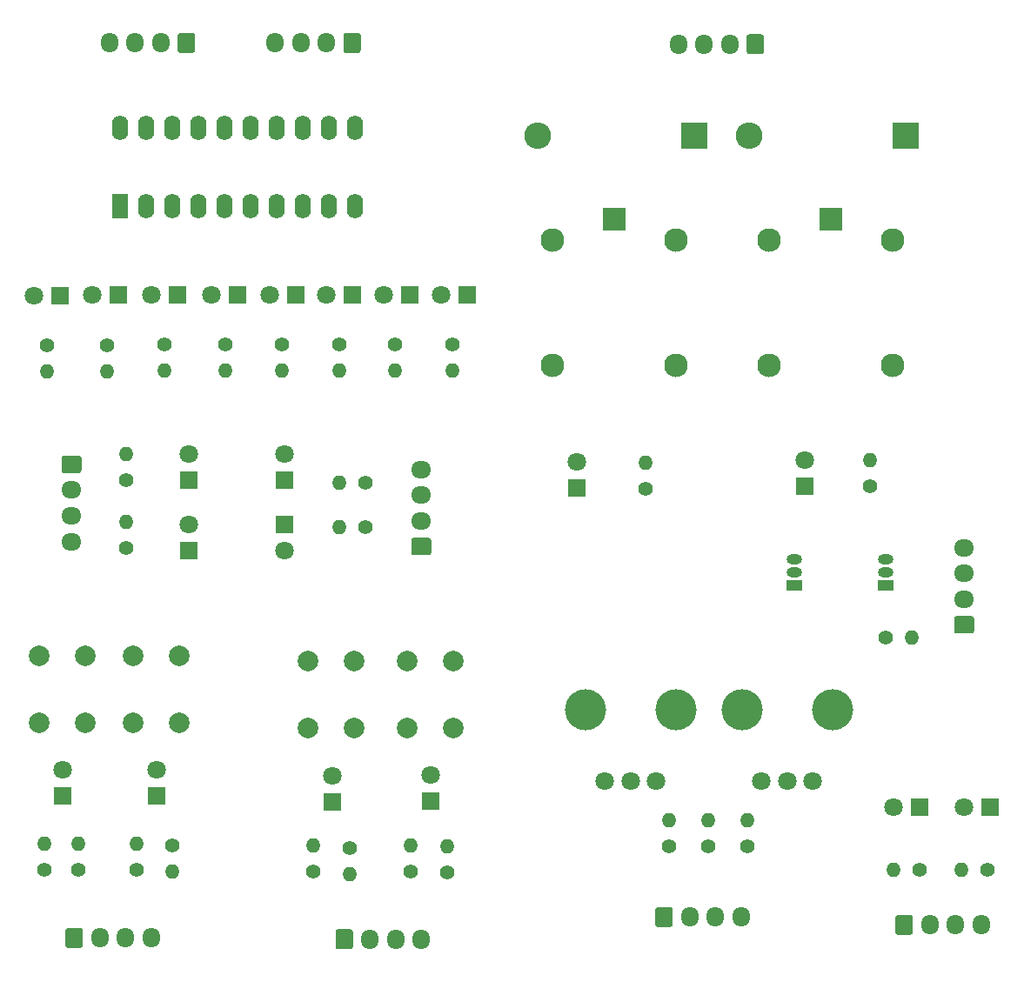
<source format=gbr>
%TF.GenerationSoftware,KiCad,Pcbnew,(5.1.10)-1*%
%TF.CreationDate,2022-03-14T15:34:21+00:00*%
%TF.ProjectId,testing_board,74657374-696e-4675-9f62-6f6172642e6b,rev?*%
%TF.SameCoordinates,Original*%
%TF.FileFunction,Soldermask,Top*%
%TF.FilePolarity,Negative*%
%FSLAX46Y46*%
G04 Gerber Fmt 4.6, Leading zero omitted, Abs format (unit mm)*
G04 Created by KiCad (PCBNEW (5.1.10)-1) date 2022-03-14 15:34:21*
%MOMM*%
%LPD*%
G01*
G04 APERTURE LIST*
%ADD10O,1.700000X1.950000*%
%ADD11C,1.800000*%
%ADD12R,1.800000X1.800000*%
%ADD13O,1.950000X1.700000*%
%ADD14C,1.400000*%
%ADD15O,1.400000X1.400000*%
%ADD16C,4.000000*%
%ADD17C,2.000000*%
%ADD18O,1.500000X1.000000*%
%ADD19R,1.500000X1.000000*%
%ADD20R,2.300000X2.300000*%
%ADD21C,2.300000*%
%ADD22R,1.600000X2.400000*%
%ADD23O,1.600000X2.400000*%
%ADD24O,2.600000X2.600000*%
%ADD25R,2.600000X2.600000*%
G04 APERTURE END LIST*
D10*
%TO.C,J8*%
X43046000Y-88773000D03*
X45546000Y-88773000D03*
X48046000Y-88773000D03*
G36*
G01*
X51396000Y-88048000D02*
X51396000Y-89498000D01*
G75*
G02*
X51146000Y-89748000I-250000J0D01*
G01*
X49946000Y-89748000D01*
G75*
G02*
X49696000Y-89498000I0J250000D01*
G01*
X49696000Y-88048000D01*
G75*
G02*
X49946000Y-87798000I250000J0D01*
G01*
X51146000Y-87798000D01*
G75*
G02*
X51396000Y-88048000I0J-250000D01*
G01*
G37*
%TD*%
D11*
%TO.C,D1*%
X58166000Y-160020000D03*
D12*
X58166000Y-162560000D03*
%TD*%
%TO.C,D2*%
X48641000Y-162687000D03*
D11*
X48641000Y-160147000D03*
%TD*%
D12*
%TO.C,D3*%
X31496000Y-162052000D03*
D11*
X31496000Y-159512000D03*
%TD*%
D12*
%TO.C,D4*%
X105791000Y-163195000D03*
D11*
X103251000Y-163195000D03*
%TD*%
%TO.C,D5*%
X110109000Y-163195000D03*
D12*
X112649000Y-163195000D03*
%TD*%
D11*
%TO.C,D6*%
X34671000Y-128778000D03*
D12*
X34671000Y-131318000D03*
%TD*%
%TO.C,D7*%
X34671000Y-138176000D03*
D11*
X34671000Y-135636000D03*
%TD*%
D12*
%TO.C,D8*%
X22352000Y-162052000D03*
D11*
X22352000Y-159512000D03*
%TD*%
%TO.C,D9*%
X36830000Y-113284000D03*
D12*
X39370000Y-113284000D03*
%TD*%
D11*
%TO.C,D10*%
X30988000Y-113284000D03*
D12*
X33528000Y-113284000D03*
%TD*%
D11*
%TO.C,D11*%
X25273000Y-113284000D03*
D12*
X27813000Y-113284000D03*
%TD*%
%TO.C,D12*%
X22098000Y-113411000D03*
D11*
X19558000Y-113411000D03*
%TD*%
%TO.C,D13*%
X43942000Y-138176000D03*
D12*
X43942000Y-135636000D03*
%TD*%
%TO.C,D14*%
X43942000Y-131318000D03*
D11*
X43942000Y-128778000D03*
%TD*%
%TO.C,D15*%
X59182000Y-113284000D03*
D12*
X61722000Y-113284000D03*
%TD*%
%TO.C,D16*%
X56134000Y-113284000D03*
D11*
X53594000Y-113284000D03*
%TD*%
%TO.C,D17*%
X48006000Y-113284000D03*
D12*
X50546000Y-113284000D03*
%TD*%
%TO.C,D18*%
X45085000Y-113284000D03*
D11*
X42545000Y-113284000D03*
%TD*%
%TO.C,J1*%
G36*
G01*
X48934000Y-176747000D02*
X48934000Y-175297000D01*
G75*
G02*
X49184000Y-175047000I250000J0D01*
G01*
X50384000Y-175047000D01*
G75*
G02*
X50634000Y-175297000I0J-250000D01*
G01*
X50634000Y-176747000D01*
G75*
G02*
X50384000Y-176997000I-250000J0D01*
G01*
X49184000Y-176997000D01*
G75*
G02*
X48934000Y-176747000I0J250000D01*
G01*
G37*
D10*
X52284000Y-176022000D03*
X54784000Y-176022000D03*
X57284000Y-176022000D03*
%TD*%
%TO.C,J2*%
X30995000Y-175895000D03*
X28495000Y-175895000D03*
X25995000Y-175895000D03*
G36*
G01*
X22645000Y-176620000D02*
X22645000Y-175170000D01*
G75*
G02*
X22895000Y-174920000I250000J0D01*
G01*
X24095000Y-174920000D01*
G75*
G02*
X24345000Y-175170000I0J-250000D01*
G01*
X24345000Y-176620000D01*
G75*
G02*
X24095000Y-176870000I-250000J0D01*
G01*
X22895000Y-176870000D01*
G75*
G02*
X22645000Y-176620000I0J250000D01*
G01*
G37*
%TD*%
%TO.C,J3*%
X111767000Y-174625000D03*
X109267000Y-174625000D03*
X106767000Y-174625000D03*
G36*
G01*
X103417000Y-175350000D02*
X103417000Y-173900000D01*
G75*
G02*
X103667000Y-173650000I250000J0D01*
G01*
X104867000Y-173650000D01*
G75*
G02*
X105117000Y-173900000I0J-250000D01*
G01*
X105117000Y-175350000D01*
G75*
G02*
X104867000Y-175600000I-250000J0D01*
G01*
X103667000Y-175600000D01*
G75*
G02*
X103417000Y-175350000I0J250000D01*
G01*
G37*
%TD*%
%TO.C,J4*%
G36*
G01*
X22516000Y-128944000D02*
X23966000Y-128944000D01*
G75*
G02*
X24216000Y-129194000I0J-250000D01*
G01*
X24216000Y-130394000D01*
G75*
G02*
X23966000Y-130644000I-250000J0D01*
G01*
X22516000Y-130644000D01*
G75*
G02*
X22266000Y-130394000I0J250000D01*
G01*
X22266000Y-129194000D01*
G75*
G02*
X22516000Y-128944000I250000J0D01*
G01*
G37*
D13*
X23241000Y-132294000D03*
X23241000Y-134794000D03*
X23241000Y-137294000D03*
%TD*%
%TO.C,J5*%
G36*
G01*
X80049000Y-174588000D02*
X80049000Y-173138000D01*
G75*
G02*
X80299000Y-172888000I250000J0D01*
G01*
X81499000Y-172888000D01*
G75*
G02*
X81749000Y-173138000I0J-250000D01*
G01*
X81749000Y-174588000D01*
G75*
G02*
X81499000Y-174838000I-250000J0D01*
G01*
X80299000Y-174838000D01*
G75*
G02*
X80049000Y-174588000I0J250000D01*
G01*
G37*
D10*
X83399000Y-173863000D03*
X85899000Y-173863000D03*
X88399000Y-173863000D03*
%TD*%
D14*
%TO.C,R1*%
X59817000Y-169545000D03*
D15*
X59817000Y-167005000D03*
%TD*%
D14*
%TO.C,R2*%
X50292000Y-167132000D03*
D15*
X50292000Y-169672000D03*
%TD*%
%TO.C,R3*%
X33020000Y-169418000D03*
D14*
X33020000Y-166878000D03*
%TD*%
%TO.C,R4*%
X105791000Y-169291000D03*
D15*
X103251000Y-169291000D03*
%TD*%
%TO.C,R5*%
X109855000Y-169291000D03*
D14*
X112395000Y-169291000D03*
%TD*%
%TO.C,R6*%
X28575000Y-131318000D03*
D15*
X28575000Y-128778000D03*
%TD*%
D14*
%TO.C,R7*%
X28575000Y-137922000D03*
D15*
X28575000Y-135382000D03*
%TD*%
%TO.C,R8*%
X56261000Y-166878000D03*
D14*
X56261000Y-169418000D03*
%TD*%
%TO.C,R9*%
X29591000Y-169291000D03*
D15*
X29591000Y-166751000D03*
%TD*%
%TO.C,R10*%
X20574000Y-166751000D03*
D14*
X20574000Y-169291000D03*
%TD*%
D15*
%TO.C,R11*%
X23876000Y-166751000D03*
D14*
X23876000Y-169291000D03*
%TD*%
D15*
%TO.C,R12*%
X46736000Y-166878000D03*
D14*
X46736000Y-169418000D03*
%TD*%
%TO.C,R13*%
X38227000Y-118110000D03*
D15*
X38227000Y-120650000D03*
%TD*%
%TO.C,R14*%
X32258000Y-120650000D03*
D14*
X32258000Y-118110000D03*
%TD*%
%TO.C,R15*%
X26670000Y-118237000D03*
D15*
X26670000Y-120777000D03*
%TD*%
%TO.C,R16*%
X20828000Y-120777000D03*
D14*
X20828000Y-118237000D03*
%TD*%
%TO.C,R17*%
X85217000Y-167005000D03*
D15*
X85217000Y-164465000D03*
%TD*%
D14*
%TO.C,R18*%
X102489000Y-146685000D03*
D15*
X105029000Y-146685000D03*
%TD*%
%TO.C,R19*%
X81407000Y-164465000D03*
D14*
X81407000Y-167005000D03*
%TD*%
%TO.C,R20*%
X79121000Y-132207000D03*
D15*
X79121000Y-129667000D03*
%TD*%
%TO.C,R21*%
X49276000Y-131572000D03*
D14*
X51816000Y-131572000D03*
%TD*%
D15*
%TO.C,R22*%
X60325000Y-120650000D03*
D14*
X60325000Y-118110000D03*
%TD*%
%TO.C,R23*%
X54737000Y-118110000D03*
D15*
X54737000Y-120650000D03*
%TD*%
%TO.C,R24*%
X49276000Y-120650000D03*
D14*
X49276000Y-118110000D03*
%TD*%
%TO.C,R25*%
X43688000Y-118110000D03*
D15*
X43688000Y-120650000D03*
%TD*%
D16*
%TO.C,RV1*%
X97277000Y-153655000D03*
X88477000Y-153655000D03*
D11*
X95377000Y-160655000D03*
X92877000Y-160655000D03*
X90377000Y-160655000D03*
%TD*%
%TO.C,RV2*%
X75137000Y-160655000D03*
X77637000Y-160655000D03*
X80137000Y-160655000D03*
D16*
X73237000Y-153655000D03*
X82037000Y-153655000D03*
%TD*%
D17*
%TO.C,SW1*%
X55880000Y-148948000D03*
X60380000Y-148948000D03*
X55880000Y-155448000D03*
X60380000Y-155448000D03*
%TD*%
%TO.C,SW2*%
X50728000Y-155448000D03*
X46228000Y-155448000D03*
X50728000Y-148948000D03*
X46228000Y-148948000D03*
%TD*%
%TO.C,SW3*%
X33710000Y-154940000D03*
X29210000Y-154940000D03*
X33710000Y-148440000D03*
X29210000Y-148440000D03*
%TD*%
%TO.C,SW4*%
X20066000Y-148440000D03*
X24566000Y-148440000D03*
X20066000Y-154940000D03*
X24566000Y-154940000D03*
%TD*%
D18*
%TO.C,U1*%
X102489000Y-140335000D03*
X102489000Y-139065000D03*
D19*
X102489000Y-141605000D03*
%TD*%
%TO.C,U2*%
X93599000Y-141605000D03*
D18*
X93599000Y-139065000D03*
X93599000Y-140335000D03*
%TD*%
%TO.C,J16*%
G36*
G01*
X110834000Y-146265000D02*
X109384000Y-146265000D01*
G75*
G02*
X109134000Y-146015000I0J250000D01*
G01*
X109134000Y-144815000D01*
G75*
G02*
X109384000Y-144565000I250000J0D01*
G01*
X110834000Y-144565000D01*
G75*
G02*
X111084000Y-144815000I0J-250000D01*
G01*
X111084000Y-146015000D01*
G75*
G02*
X110834000Y-146265000I-250000J0D01*
G01*
G37*
D13*
X110109000Y-142915000D03*
X110109000Y-140415000D03*
X110109000Y-137915000D03*
%TD*%
D14*
%TO.C,R26*%
X89027000Y-167005000D03*
D15*
X89027000Y-164465000D03*
%TD*%
D12*
%TO.C,D21*%
X94615000Y-131953000D03*
D11*
X94615000Y-129413000D03*
%TD*%
%TO.C,D22*%
X72390000Y-129540000D03*
D12*
X72390000Y-132080000D03*
%TD*%
%TO.C,J7*%
G36*
G01*
X35267000Y-88048000D02*
X35267000Y-89498000D01*
G75*
G02*
X35017000Y-89748000I-250000J0D01*
G01*
X33817000Y-89748000D01*
G75*
G02*
X33567000Y-89498000I0J250000D01*
G01*
X33567000Y-88048000D01*
G75*
G02*
X33817000Y-87798000I250000J0D01*
G01*
X35017000Y-87798000D01*
G75*
G02*
X35267000Y-88048000I0J-250000D01*
G01*
G37*
D10*
X31917000Y-88773000D03*
X29417000Y-88773000D03*
X26917000Y-88773000D03*
%TD*%
%TO.C,J9*%
G36*
G01*
X90639000Y-88175000D02*
X90639000Y-89625000D01*
G75*
G02*
X90389000Y-89875000I-250000J0D01*
G01*
X89189000Y-89875000D01*
G75*
G02*
X88939000Y-89625000I0J250000D01*
G01*
X88939000Y-88175000D01*
G75*
G02*
X89189000Y-87925000I250000J0D01*
G01*
X90389000Y-87925000D01*
G75*
G02*
X90639000Y-88175000I0J-250000D01*
G01*
G37*
X87289000Y-88900000D03*
X84789000Y-88900000D03*
X82289000Y-88900000D03*
%TD*%
D14*
%TO.C,R27*%
X51816000Y-135890000D03*
D15*
X49276000Y-135890000D03*
%TD*%
%TO.C,R28*%
X100965000Y-129413000D03*
D14*
X100965000Y-131953000D03*
%TD*%
D20*
%TO.C,RLY1*%
X97155000Y-105918000D03*
D21*
X91155000Y-107918000D03*
X103155000Y-107918000D03*
X91155000Y-120118000D03*
X103155000Y-120118000D03*
%TD*%
%TO.C,RLY2*%
X82073000Y-120118000D03*
X70073000Y-120118000D03*
X82073000Y-107918000D03*
X70073000Y-107918000D03*
D20*
X76073000Y-105918000D03*
%TD*%
D22*
%TO.C,U3*%
X27940000Y-104648000D03*
D23*
X50800000Y-97028000D03*
X30480000Y-104648000D03*
X48260000Y-97028000D03*
X33020000Y-104648000D03*
X45720000Y-97028000D03*
X35560000Y-104648000D03*
X43180000Y-97028000D03*
X38100000Y-104648000D03*
X40640000Y-97028000D03*
X40640000Y-104648000D03*
X38100000Y-97028000D03*
X43180000Y-104648000D03*
X35560000Y-97028000D03*
X45720000Y-104648000D03*
X33020000Y-97028000D03*
X48260000Y-104648000D03*
X30480000Y-97028000D03*
X50800000Y-104648000D03*
X27940000Y-97028000D03*
%TD*%
%TO.C,J6*%
G36*
G01*
X58002000Y-138645000D02*
X56552000Y-138645000D01*
G75*
G02*
X56302000Y-138395000I0J250000D01*
G01*
X56302000Y-137195000D01*
G75*
G02*
X56552000Y-136945000I250000J0D01*
G01*
X58002000Y-136945000D01*
G75*
G02*
X58252000Y-137195000I0J-250000D01*
G01*
X58252000Y-138395000D01*
G75*
G02*
X58002000Y-138645000I-250000J0D01*
G01*
G37*
D13*
X57277000Y-135295000D03*
X57277000Y-132795000D03*
X57277000Y-130295000D03*
%TD*%
D24*
%TO.C,D19*%
X89154000Y-97790000D03*
D25*
X104394000Y-97790000D03*
%TD*%
%TO.C,D20*%
X83820000Y-97790000D03*
D24*
X68580000Y-97790000D03*
%TD*%
M02*

</source>
